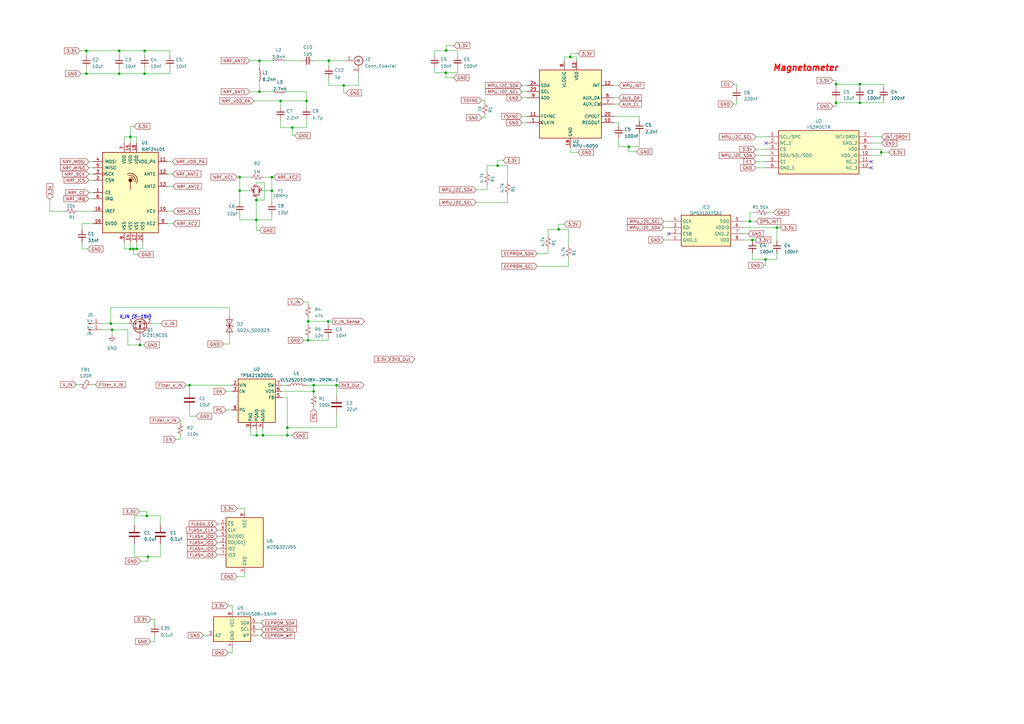
<source format=kicad_sch>
(kicad_sch (version 20231120) (generator "eeschema") (generator_version "8.0")
  (paper "A3")
  (lib_symbols
    (symbol "Connector:Conn_01x01_Pin" (pin_names (offset 1.016) hide)
      (property "Reference" "J" (at 0 2.54 0))
      (property "Value" "Conn_01x01_Pin" (at 0 -2.54 0))
      (symbol "Conn_01x01_Pin_1_1"
        (pin passive line (at 5.08 0 180) (length 3.81) (name "Pin_1") (number "1"))
      )
    )
    (symbol "Connector:Conn_Coaxial" (pin_names (offset 1.016) hide)
      (property "Reference" "J" (at 0.254 3.048 0))
      (property "Value" "Conn_Coaxial" (at 2.921 0 90))
      (symbol "Conn_Coaxial_1_1"
        (pin passive line (at -5.08 0 0) (length 2.54) (name "In") (number "1"))
        (pin passive line (at 0 -5.08 90) (length 2.54) (name "Ext") (number "2"))
      )
    )
    (symbol "DPS310XTSA1:DPS310XTSA1"
      (property "Reference" "IC" (at 26.67 7.62 0))
      (property "Value" "DPS310XTSA1" (at 26.67 5.08 0))
      (symbol "DPS310XTSA1_1_1"
        (pin passive line (at 0 -7.62 0) (length 5.08) (name "GND_1") (number "1"))
        (pin passive line (at 0 -5.08 0) (length 5.08) (name "CSB") (number "2"))
        (pin passive line (at 0 -2.54 0) (length 5.08) (name "SDI") (number "3"))
        (pin passive line (at 0 0 0) (length 5.08) (name "SCK") (number "4"))
        (pin passive line (at 30.48 0 180) (length 5.08) (name "SDO") (number "5"))
        (pin passive line (at 30.48 -2.54 180) (length 5.08) (name "VDDIO") (number "6"))
        (pin passive line (at 30.48 -5.08 180) (length 5.08) (name "GND_2") (number "7"))
        (pin passive line (at 30.48 -7.62 180) (length 5.08) (name "VDD") (number "8"))
      )
    )
    (symbol "Device:C" (pin_numbers hide) (pin_names (offset 0.254))
      (property "Reference" "C" (at 0.635 2.54 0))
      (property "Value" "C" (at 0.635 -2.54 0))
      (symbol "C_1_1"
        (pin passive line (at 0 3.81 270) (length 2.794) (name "~") (number "1"))
        (pin passive line (at 0 -3.81 90) (length 2.794) (name "~") (number "2"))
      )
    )
    (symbol "Device:C_Small" (pin_numbers hide) (pin_names (offset 0.254) hide)
      (property "Reference" "C" (at 0.254 1.778 0))
      (property "Value" "C_Small" (at 0.254 -2.032 0))
      (symbol "C_Small_1_1"
        (pin passive line (at 0 2.54 270) (length 2.032) (name "~") (number "1"))
        (pin passive line (at 0 -2.54 90) (length 2.032) (name "~") (number "2"))
      )
    )
    (symbol "Device:Crystal_GND24_Small" (pin_names (offset 1.016) hide)
      (property "Reference" "Y" (at 1.27 4.445 0))
      (property "Value" "Crystal_GND24_Small" (at 1.27 2.54 0))
      (symbol "Crystal_GND24_Small_1_1"
        (pin passive line (at -2.54 0 0) (length 1.27) (name "1") (number "1"))
        (pin passive line (at 0 -2.54 90) (length 0.635) (name "2") (number "2"))
        (pin passive line (at 2.54 0 180) (length 1.27) (name "3") (number "3"))
        (pin passive line (at 0 2.54 270) (length 0.635) (name "4") (number "4"))
      )
    )
    (symbol "Device:FerriteBead_Small" (pin_numbers hide) (pin_names (offset 0))
      (property "Reference" "FB" (at 1.905 1.27 0))
      (property "Value" "FerriteBead_Small" (at 1.905 -1.27 0))
      (symbol "FerriteBead_Small_1_1"
        (pin passive line (at 0 2.54 270) (length 1.27) (name "~") (number "1"))
        (pin passive line (at 0 -2.54 90) (length 1.27) (name "~") (number "2"))
      )
    )
    (symbol "Device:L" (pin_numbers hide) (pin_names (offset 1.016) hide)
      (property "Reference" "L" (at -1.27 0 90))
      (property "Value" "L" (at 1.905 0 90))
      (symbol "L_1_1"
        (pin passive line (at 0 3.81 270) (length 1.27) (name "1") (number "1"))
        (pin passive line (at 0 -3.81 90) (length 1.27) (name "2") (number "2"))
      )
    )
    (symbol "Device:L_Small" (pin_numbers hide) (pin_names (offset 0.254) hide)
      (property "Reference" "L" (at 0.762 1.016 0))
      (property "Value" "L_Small" (at 0.762 -1.016 0))
      (symbol "L_Small_1_1"
        (pin passive line (at 0 2.54 270) (length 0.508) (name "~") (number "1"))
        (pin passive line (at 0 -2.54 90) (length 0.508) (name "~") (number "2"))
      )
    )
    (symbol "Device:R_Small_US" (pin_numbers hide) (pin_names (offset 0.254) hide)
      (property "Reference" "R" (at 0.762 0.508 0))
      (property "Value" "R_Small_US" (at 0.762 -1.016 0))
      (symbol "R_Small_US_1_1"
        (pin passive line (at 0 2.54 270) (length 1.016) (name "~") (number "1"))
        (pin passive line (at 0 -2.54 90) (length 1.016) (name "~") (number "2"))
      )
    )
    (symbol "Diode:SD24_SOD323" (pin_numbers hide) (pin_names (offset 1.016) hide)
      (property "Reference" "D" (at 0 2.54 0))
      (property "Value" "SD24_SOD323" (at 0 -2.54 0))
      (symbol "SD24_SOD323_1_1"
        (pin passive line (at -3.81 0 0) (length 2.54) (name "A1") (number "1"))
        (pin passive line (at 3.81 0 180) (length 2.54) (name "A2") (number "2"))
      )
    )
    (symbol "IIS2MDCTR:IIS2MDCTR"
      (property "Reference" "IC" (at 39.37 7.62 0))
      (property "Value" "IIS2MDCTR" (at 39.37 5.08 0))
      (symbol "IIS2MDCTR_1_1"
        (pin passive line (at 0 0 0) (length 5.08) (name "SCL/SPC") (number "1"))
        (pin passive line (at 43.18 -7.62 180) (length 5.08) (name "VDD_IO") (number "10"))
        (pin passive line (at 43.18 -10.16 180) (length 5.08) (name "NC_2") (number "11"))
        (pin passive line (at 43.18 -12.7 180) (length 5.08) (name "NC_3") (number "12"))
        (pin passive line (at 0 -2.54 0) (length 5.08) (name "NC_1") (number "2"))
        (pin passive line (at 0 -5.08 0) (length 5.08) (name "CS") (number "3"))
        (pin passive line (at 0 -7.62 0) (length 5.08) (name "SDA/SDI/SDO") (number "4"))
        (pin passive line (at 0 -10.16 0) (length 5.08) (name "C1") (number "5"))
        (pin passive line (at 0 -12.7 0) (length 5.08) (name "GND_1") (number "6"))
        (pin passive line (at 43.18 0 180) (length 5.08) (name "INT/DRDY") (number "7"))
        (pin passive line (at 43.18 -2.54 180) (length 5.08) (name "GND_2") (number "8"))
        (pin passive line (at 43.18 -5.08 180) (length 5.08) (name "VDD") (number "9"))
      )
    )
    (symbol "Memory_EEPROM:AT24CS08-SSHM"
      (property "Reference" "U" (at -7.62 6.35 0))
      (property "Value" "AT24CS08-SSHM" (at 2.54 -6.35 0))
      (symbol "AT24CS08-SSHM_1_1"
        (pin no_connect line (at -7.62 2.54 0) (length 2.54) hide (name "NC") (number "1"))
        (pin no_connect line (at -7.62 0 0) (length 2.54) hide (name "NC") (number "2"))
        (pin input line (at -10.16 -2.54 0) (length 2.54) (name "A2") (number "3"))
        (pin power_in line (at 0 -7.62 90) (length 2.54) (name "GND") (number "4"))
        (pin bidirectional line (at 10.16 2.54 180) (length 2.54) (name "SDA") (number "5"))
        (pin input line (at 10.16 0 180) (length 2.54) (name "SCL") (number "6"))
        (pin input line (at 10.16 -2.54 180) (length 2.54) (name "WP") (number "7"))
        (pin power_in line (at 0 7.62 270) (length 2.54) (name "VCC") (number "8"))
      )
    )
    (symbol "Memory_Flash:W25Q32JVSS"
      (property "Reference" "U" (at -6.35 11.43 0))
      (property "Value" "W25Q32JVSS" (at 7.62 11.43 0))
      (symbol "W25Q32JVSS_1_1"
        (pin input line (at -10.16 7.62 0) (length 2.54) (name "~{CS}") (number "1"))
        (pin bidirectional line (at -10.16 0 0) (length 2.54) (name "DO(IO1)") (number "2"))
        (pin bidirectional line (at -10.16 -2.54 0) (length 2.54) (name "IO2") (number "3"))
        (pin power_in line (at 0 -12.7 90) (length 2.54) (name "GND") (number "4"))
        (pin bidirectional line (at -10.16 2.54 0) (length 2.54) (name "DI(IO0)") (number "5"))
        (pin input line (at -10.16 5.08 0) (length 2.54) (name "CLK") (number "6"))
        (pin bidirectional line (at -10.16 -5.08 0) (length 2.54) (name "IO3") (number "7"))
        (pin power_in line (at 0 12.7 270) (length 2.54) (name "VCC") (number "8"))
      )
    )
    (symbol "RF:NRF24L01" (pin_names (offset 1.016))
      (property "Reference" "U" (at -11.43 17.78 0))
      (property "Value" "NRF24L01" (at 5.08 17.78 0))
      (symbol "NRF24L01_1_1"
        (pin input line (at -15.24 0 0) (length 3.81) (name "CE") (number "1"))
        (pin passive line (at 15.24 -7.62 180) (length 3.81) (name "XC1") (number "10"))
        (pin power_out line (at 15.24 12.7 180) (length 3.81) (name "VDD_PA") (number "11"))
        (pin passive line (at 15.24 7.62 180) (length 3.81) (name "ANT1") (number "12"))
        (pin passive line (at 15.24 2.54 180) (length 3.81) (name "ANT2") (number "13"))
        (pin power_in line (at 0 -20.32 90) (length 3.81) (name "VSS") (number "14"))
        (pin power_in line (at 0 20.32 270) (length 3.81) (name "VDD") (number "15"))
        (pin passive line (at -15.24 -7.62 0) (length 3.81) (name "IREF") (number "16"))
        (pin power_in line (at 2.54 -20.32 90) (length 3.81) (name "VSS") (number "17"))
        (pin power_in line (at 2.54 20.32 270) (length 3.81) (name "VDD") (number "18"))
        (pin power_out line (at -15.24 -12.7 0) (length 3.81) (name "DVDD") (number "19"))
        (pin input line (at -15.24 5.08 0) (length 3.81) (name "CSN") (number "2"))
        (pin power_in line (at 5.08 -20.32 90) (length 3.81) (name "VSS") (number "20"))
        (pin input clock (at -15.24 7.62 0) (length 3.81) (name "SCK") (number "3"))
        (pin input line (at -15.24 12.7 0) (length 3.81) (name "MOSI") (number "4"))
        (pin output line (at -15.24 10.16 0) (length 3.81) (name "MISO") (number "5"))
        (pin output line (at -15.24 -2.54 0) (length 3.81) (name "IRQ") (number "6"))
        (pin power_in line (at -2.54 20.32 270) (length 3.81) (name "VDD") (number "7"))
        (pin power_in line (at -2.54 -20.32 90) (length 3.81) (name "VSS") (number "8"))
        (pin passive line (at 15.24 -12.7 180) (length 3.81) (name "XC2") (number "9"))
      )
    )
    (symbol "Regulator_Switching:TPS62162DSG" (pin_names (offset 0.254))
      (property "Reference" "U" (at -7.62 11.43 0))
      (property "Value" "TPS62162DSG" (at -1.27 11.43 0))
      (symbol "TPS62162DSG_1_1"
        (pin power_in line (at 0 -10.16 90) (length 2.54) (name "PGND") (number "1"))
        (pin power_in line (at -10.16 7.62 0) (length 2.54) (name "VIN") (number "2"))
        (pin input line (at -10.16 5.08 0) (length 2.54) (name "EN") (number "3"))
        (pin power_in line (at 2.54 -10.16 90) (length 2.54) (name "AGND") (number "4"))
        (pin input line (at 10.16 2.54 180) (length 2.54) (name "FB") (number "5"))
        (pin input line (at 10.16 5.08 180) (length 2.54) (name "VOS") (number "6"))
        (pin output line (at 10.16 7.62 180) (length 2.54) (name "SW") (number "7"))
        (pin open_collector line (at -10.16 -2.54 0) (length 2.54) (name "PG") (number "8"))
        (pin power_in line (at -2.54 -10.16 90) (length 2.54) (name "PAD") (number "9"))
      )
    )
    (symbol "Sensor_Motion:MPU-6050"
      (property "Reference" "U" (at -11.43 13.97 0))
      (property "Value" "MPU-6050" (at 7.62 -15.24 0))
      (symbol "MPU-6050_0_0"
        (text "" (at 12.7 -2.54 0) (effects (font (size 1.27 1.27))))
      )
      (symbol "MPU-6050_1_1"
        (pin input clock (at -17.78 -7.62 0) (length 5.08) (name "CLKIN") (number "1"))
        (pin passive line (at 17.78 -7.62 180) (length 5.08) (name "REGOUT") (number "10"))
        (pin input line (at -17.78 -5.08 0) (length 5.08) (name "FSYNC") (number "11"))
        (pin output line (at 17.78 7.62 180) (length 5.08) (name "INT") (number "12"))
        (pin power_in line (at 2.54 17.78 270) (length 3.81) (name "VDD") (number "13"))
        (pin no_connect line (at -12.7 -10.16 0) (length 2.54) hide (name "NC") (number "14"))
        (pin no_connect line (at 12.7 12.7 180) (length 2.54) hide (name "NC") (number "15"))
        (pin no_connect line (at 12.7 10.16 180) (length 2.54) hide (name "NC") (number "16"))
        (pin no_connect line (at 12.7 5.08 180) (length 2.54) hide (name "NC") (number "17"))
        (pin power_in line (at 0 -17.78 90) (length 3.81) (name "GND") (number "18"))
        (pin no_connect line (at 12.7 -10.16 180) (length 2.54) hide (name "RESV") (number "19"))
        (pin no_connect line (at -12.7 12.7 0) (length 2.54) hide (name "NC") (number "2"))
        (pin passive line (at 17.78 -5.08 180) (length 5.08) (name "CPOUT") (number "20"))
        (pin no_connect line (at 12.7 -2.54 180) (length 2.54) hide (name "RESV") (number "21"))
        (pin no_connect line (at 12.7 -12.7 180) (length 2.54) hide (name "RESV") (number "22"))
        (pin input line (at -17.78 5.08 0) (length 5.08) (name "SCL") (number "23"))
        (pin bidirectional line (at -17.78 7.62 0) (length 5.08) (name "SDA") (number "24"))
        (pin no_connect line (at -12.7 10.16 0) (length 2.54) hide (name "NC") (number "3"))
        (pin no_connect line (at -12.7 0 0) (length 2.54) hide (name "NC") (number "4"))
        (pin no_connect line (at -12.7 -2.54 0) (length 2.54) hide (name "NC") (number "5"))
        (pin bidirectional line (at 17.78 2.54 180) (length 5.08) (name "AUX_DA") (number "6"))
        (pin output clock (at 17.78 0 180) (length 5.08) (name "AUX_CL") (number "7"))
        (pin power_in line (at -2.54 17.78 270) (length 3.81) (name "VLOGIC") (number "8"))
        (pin input line (at -17.78 2.54 0) (length 5.08) (name "AD0") (number "9"))
      )
    )
    (symbol "Transistor_FET:Si2319CDS" (pin_names hide)
      (property "Reference" "Q" (at 5.08 1.905 0))
      (property "Value" "Si2319CDS" (at 5.08 0 0))
      (symbol "Si2319CDS_1_1"
        (pin input line (at -5.08 0 0) (length 2.54) (name "G") (number "1"))
        (pin passive line (at 2.54 -5.08 90) (length 2.54) (name "S") (number "2"))
        (pin passive line (at 2.54 5.08 270) (length 2.54) (name "D") (number "3"))
      )
    )
    (symbol "power:GND" (power) (pin_names (offset 0))
      (property "Value" "GND" (at 0 -3.81 0))
      (symbol "GND_1_1"
        (pin power_in line (at 0 0 270) (length 0) hide (name "GND") (number "1"))
      )
    )
  )
  (junction (at 48.895 20.828))
  (junction (at 119.888 52.324))
  (junction (at 126.365 139.573))
  (junction (at 307.594 90.805))
  (junction (at 35.433 30.226))
  (junction (at 56.007 102.108))
  (junction (at 106.426 24.892))
  (junction (at 59.309 30.226))
  (junction (at 60.198 211.582))
  (junction (at 204.089 67.945))
  (junction (at 105.283 178.562))
  (junction (at 138.049 157.988))
  (junction (at 57.404 141.478))
  (junction (at 117.856 178.562))
  (junction (at 59.309 20.828))
  (junction (at 106.426 37.592))
  (junction (at 229.108 94.107))
  (junction (at 182.88 29.845))
  (junction (at 128.651 160.528))
  (junction (at 77.724 157.988))
  (junction (at 105.156 82.042))
  (junction (at 45.466 132.715))
  (junction (at 134.62 131.826))
  (junction (at 128.651 157.988))
  (junction (at 45.974 135.255))
  (junction (at 308.61 98.425))
  (junction (at 342.9 42.164))
  (junction (at 107.823 178.562))
  (junction (at 53.467 102.108))
  (junction (at 111.506 72.644))
  (junction (at 140.97 35.052))
  (junction (at 352.679 42.164))
  (junction (at 233.934 23.368))
  (junction (at 134.874 24.892))
  (junction (at 257.937 60.198))
  (junction (at 105.156 90.17))
  (junction (at 352.679 34.544))
  (junction (at 53.467 56.134))
  (junction (at 54.737 102.108))
  (junction (at 115.062 41.402))
  (junction (at 48.895 30.226))
  (junction (at 361.442 62.484))
  (junction (at 111.506 78.232))
  (junction (at 98.298 78.232))
  (junction (at 35.433 20.828))
  (junction (at 183.007 20.701))
  (junction (at 318.643 93.345))
  (junction (at 313.944 106.426))
  (junction (at 117.856 175.387))
  (junction (at 98.298 72.644))
  (junction (at 126.365 131.826))
  (junction (at 342.9 34.544))
  (junction (at 125.73 41.402))
  (junction (at 60.706 228.346))
  (no_connect (at 357.378 66.294))
  (no_connect (at 357.378 68.834))
  (no_connect (at 314.198 58.674))
  (no_connect (at 274.32 95.885))
  (wire (pts (xy 107.696 78.232) (xy 111.506 78.232)))
  (wire (pts (xy 50.927 99.314) (xy 50.927 102.108)))
  (wire (pts (xy 100.33 208.534) (xy 100.33 209.804)))
  (wire (pts (xy 124.587 123.825) (xy 126.365 123.825)))
  (wire (pts (xy 342.9 34.544) (xy 352.679 34.544)))
  (wire (pts (xy 357.378 58.674) (xy 361.569 58.674)))
  (wire (pts (xy 361.442 63.754) (xy 361.442 62.484)))
  (wire (pts (xy 220.345 104.013) (xy 224.79 104.013)))
  (wire (pts (xy 128.778 24.892) (xy 134.874 24.892)))
  (wire (pts (xy 224.79 104.013) (xy 224.79 101.854)))
  (wire (pts (xy 233.934 23.368) (xy 233.934 21.971)))
  (wire (pts (xy 20.447 86.614) (xy 26.543 86.614)))
  (wire (pts (xy 89.154 222.504) (xy 90.17 222.504)))
  (wire (pts (xy 36.449 78.994) (xy 38.227 78.994)))
  (wire (pts (xy 251.714 35.052) (xy 253.746 35.052)))
  (wire (pts (xy 178.308 29.845) (xy 182.88 29.845)))
  (wire (pts (xy 106.426 33.274) (xy 106.426 37.592)))
  (wire (pts (xy 116.84 24.892) (xy 123.698 24.892)))
  (wire (pts (xy 204.089 67.945) (xy 204.089 65.786)))
  (wire (pts (xy 229.108 94.107) (xy 229.108 91.948)))
  (wire (pts (xy 80.518 170.688) (xy 77.724 170.688)))
  (wire (pts (xy 105.156 80.772) (xy 105.156 82.042)))
  (wire (pts (xy 199.771 70.612) (xy 199.771 67.945)))
  (wire (pts (xy 134.874 24.892) (xy 134.874 27.178)))
  (wire (pts (xy 111.506 72.644) (xy 112.268 72.644)))
  (wire (pts (xy 198.882 41.148) (xy 197.612 41.148)))
  (wire (pts (xy 33.655 102.108) (xy 35.941 102.108)))
  (wire (pts (xy 55.118 223.012) (xy 55.118 228.346)))
  (wire (pts (xy 105.283 175.768) (xy 105.283 178.562)))
  (wire (pts (xy 104.14 41.402) (xy 115.062 41.402)))
  (wire (pts (xy 35.433 22.86) (xy 35.433 20.828)))
  (wire (pts (xy 60.706 228.346) (xy 60.706 230.124)))
  (wire (pts (xy 56.007 99.314) (xy 56.007 102.108)))
  (wire (pts (xy 36.449 81.534) (xy 38.227 81.534)))
  (wire (pts (xy 36.449 73.914) (xy 38.227 73.914)))
  (wire (pts (xy 33.147 30.226) (xy 35.433 30.226)))
  (wire (pts (xy 233.172 94.107) (xy 233.172 100.838)))
  (wire (pts (xy 253.746 50.292) (xy 253.746 51.435)))
  (wire (pts (xy 204.089 67.945) (xy 208.153 67.945)))
  (wire (pts (xy 106.426 37.592) (xy 112.268 37.592)))
  (wire (pts (xy 342.9 33.02) (xy 342.9 34.544)))
  (wire (pts (xy 35.433 30.226) (xy 48.895 30.226)))
  (wire (pts (xy 85.09 260.604) (xy 83.439 260.604)))
  (wire (pts (xy 57.15 209.804) (xy 60.198 209.804)))
  (wire (pts (xy 352.679 40.894) (xy 352.679 42.164)))
  (wire (pts (xy 63.5 256.032) (xy 63.5 254)))
  (wire (pts (xy 115.062 49.022) (xy 115.062 52.324)))
  (wire (pts (xy 45.974 135.255) (xy 52.451 135.255)))
  (wire (pts (xy 117.856 163.068) (xy 117.856 175.387)))
  (wire (pts (xy 63.5 263.144) (xy 63.5 261.112)))
  (wire (pts (xy 20.447 81.788) (xy 20.447 86.614)))
  (wire (pts (xy 105.156 74.93) (xy 108.458 74.93)))
  (wire (pts (xy 107.061 260.604) (xy 105.41 260.604)))
  (wire (pts (xy 178.308 20.701) (xy 183.007 20.701)))
  (wire (pts (xy 198.882 42.164) (xy 198.882 41.148)))
  (wire (pts (xy 307.594 87.122) (xy 310.134 87.122)))
  (wire (pts (xy 59.309 27.94) (xy 59.309 30.226)))
  (wire (pts (xy 357.378 56.134) (xy 361.569 56.134)))
  (wire (pts (xy 134.62 131.826) (xy 136.525 131.826)))
  (wire (pts (xy 52.451 135.255) (xy 52.451 141.478)))
  (wire (pts (xy 220.345 109.22) (xy 233.172 109.22)))
  (wire (pts (xy 105.156 90.17) (xy 111.506 90.17)))
  (wire (pts (xy 36.449 66.294) (xy 38.227 66.294)))
  (wire (pts (xy 53.467 102.108) (xy 54.737 102.108)))
  (wire (pts (xy 361.442 62.484) (xy 361.442 61.214)))
  (wire (pts (xy 214.122 35.052) (xy 216.154 35.052)))
  (wire (pts (xy 302.133 34.544) (xy 302.133 36.068)))
  (wire (pts (xy 233.934 62.484) (xy 233.934 60.452)))
  (wire (pts (xy 37.719 157.734) (xy 39.116 157.734)))
  (wire (pts (xy 54.991 51.816) (xy 53.467 51.816)))
  (wire (pts (xy 95.25 267.716) (xy 95.25 265.684)))
  (wire (pts (xy 187.706 20.701) (xy 187.706 22.733)))
  (wire (pts (xy 89.154 214.884) (xy 90.17 214.884)))
  (wire (pts (xy 31.623 86.614) (xy 38.227 86.614)))
  (wire (pts (xy 300.863 34.544) (xy 302.133 34.544)))
  (wire (pts (xy 183.007 20.701) (xy 187.706 20.701)))
  (wire (pts (xy 102.362 37.592) (xy 106.426 37.592)))
  (wire (pts (xy 134.62 139.573) (xy 134.62 138.303)))
  (wire (pts (xy 55.118 211.582) (xy 60.198 211.582)))
  (wire (pts (xy 233.934 21.971) (xy 237.109 21.971)))
  (wire (pts (xy 108.458 74.93) (xy 108.458 82.042)))
  (wire (pts (xy 105.283 178.562) (xy 107.823 178.562)))
  (wire (pts (xy 102.743 178.562) (xy 105.283 178.562)))
  (wire (pts (xy 214.122 50.292) (xy 216.154 50.292)))
  (wire (pts (xy 233.934 23.368) (xy 236.474 23.368)))
  (wire (pts (xy 105.156 82.042) (xy 105.156 90.17)))
  (wire (pts (xy 31.242 157.734) (xy 32.639 157.734)))
  (wire (pts (xy 304.8 93.345) (xy 318.643 93.345)))
  (wire (pts (xy 361.442 62.484) (xy 364.49 62.484)))
  (wire (pts (xy 60.198 211.582) (xy 65.786 211.582)))
  (wire (pts (xy 140.97 38.1) (xy 141.986 38.1)))
  (wire (pts (xy 35.433 20.828) (xy 48.895 20.828)))
  (wire (pts (xy 128.651 166.751) (xy 128.651 167.894)))
  (wire (pts (xy 257.937 62.23) (xy 257.937 60.198)))
  (wire (pts (xy 313.944 106.426) (xy 313.944 108.839)))
  (wire (pts (xy 89.154 225.044) (xy 90.17 225.044)))
  (wire (pts (xy 107.061 255.524) (xy 105.41 255.524)))
  (wire (pts (xy 111.506 72.644) (xy 111.506 78.232)))
  (wire (pts (xy 98.298 72.644) (xy 98.298 78.232)))
  (wire (pts (xy 97.282 236.474) (xy 100.33 236.474)))
  (wire (pts (xy 56.007 102.108) (xy 58.547 102.108)))
  (wire (pts (xy 342.9 35.814) (xy 342.9 34.544)))
  (wire (pts (xy 308.61 103.886) (xy 308.61 106.426)))
  (wire (pts (xy 107.823 178.562) (xy 117.856 178.562)))
  (wire (pts (xy 45.466 126.111) (xy 45.466 132.715)))
  (wire (pts (xy 89.154 227.584) (xy 90.17 227.584)))
  (wire (pts (xy 55.118 228.346) (xy 60.706 228.346)))
  (wire (pts (xy 60.706 228.346) (xy 65.786 228.346)))
  (wire (pts (xy 126.365 131.826) (xy 126.365 133.223)))
  (wire (pts (xy 304.8 98.425) (xy 308.61 98.425)))
  (wire (pts (xy 48.895 20.828) (xy 59.309 20.828)))
  (wire (pts (xy 89.154 217.424) (xy 90.17 217.424)))
  (wire (pts (xy 124.587 139.573) (xy 126.365 139.573)))
  (wire (pts (xy 231.394 23.368) (xy 233.934 23.368)))
  (wire (pts (xy 362.458 42.164) (xy 362.458 40.894)))
  (wire (pts (xy 33.655 91.694) (xy 33.655 94.234)))
  (wire (pts (xy 342.9 42.164) (xy 342.9 43.561)))
  (wire (pts (xy 68.707 66.294) (xy 70.739 66.294)))
  (wire (pts (xy 98.298 78.232) (xy 102.616 78.232)))
  (wire (pts (xy 214.122 40.132) (xy 216.154 40.132)))
  (wire (pts (xy 65.786 228.346) (xy 65.786 223.012)))
  (wire (pts (xy 138.049 157.988) (xy 139.192 157.988)))
  (wire (pts (xy 102.87 72.644) (xy 98.298 72.644)))
  (wire (pts (xy 63.5 254) (xy 61.849 254)))
  (wire (pts (xy 224.79 94.107) (xy 229.108 94.107)))
  (wire (pts (xy 126.365 138.303) (xy 126.365 139.573)))
  (wire (pts (xy 183.007 18.669) (xy 186.182 18.669)))
  (wire (pts (xy 352.679 34.544) (xy 362.458 34.544)))
  (wire (pts (xy 97.282 208.534) (xy 100.33 208.534)))
  (wire (pts (xy 304.8 95.885) (xy 306.832 95.885)))
  (wire (pts (xy 53.467 56.134) (xy 53.467 58.674)))
  (wire (pts (xy 341.63 43.561) (xy 342.9 43.561)))
  (wire (pts (xy 229.108 91.948) (xy 231.394 91.948)))
  (wire (pts (xy 352.679 42.164) (xy 362.458 42.164)))
  (wire (pts (xy 119.888 52.324) (xy 119.888 55.626)))
  (wire (pts (xy 115.443 160.528) (xy 128.651 160.528)))
  (wire (pts (xy 106.426 28.194) (xy 106.426 24.892)))
  (wire (pts (xy 357.378 63.754) (xy 361.442 63.754)))
  (wire (pts (xy 140.97 35.052) (xy 140.97 38.1)))
  (wire (pts (xy 229.108 94.107) (xy 233.172 94.107)))
  (wire (pts (xy 253.746 56.515) (xy 253.746 60.198)))
  (wire (pts (xy 138.049 175.387) (xy 117.856 175.387)))
  (wire (pts (xy 134.62 131.826) (xy 134.62 133.223)))
  (wire (pts (xy 115.443 157.988) (xy 117.856 157.988)))
  (wire (pts (xy 50.927 102.108) (xy 53.467 102.108)))
  (wire (pts (xy 94.107 137.414) (xy 94.107 141.097)))
  (wire (pts (xy 134.874 32.258) (xy 134.874 35.052)))
  (wire (pts (xy 310.007 63.754) (xy 314.198 63.754)))
  (wire (pts (xy 117.856 178.562) (xy 119.888 178.562)))
  (wire (pts (xy 97.282 72.644) (xy 98.298 72.644)))
  (wire (pts (xy 62.484 132.715) (xy 66.04 132.715)))
  (wire (pts (xy 68.707 91.694) (xy 70.993 91.694)))
  (wire (pts (xy 251.714 47.752) (xy 262.255 47.752)))
  (wire (pts (xy 77.724 157.988) (xy 95.123 157.988)))
  (wire (pts (xy 105.156 94.488) (xy 106.426 94.488)))
  (wire (pts (xy 69.723 27.94) (xy 69.723 30.226)))
  (wire (pts (xy 198.882 48.26) (xy 198.882 47.244)))
  (wire (pts (xy 56.007 56.134) (xy 56.007 58.674)))
  (wire (pts (xy 208.153 67.945) (xy 208.153 74.676)))
  (wire (pts (xy 60.198 209.804) (xy 60.198 211.582)))
  (wire (pts (xy 111.506 90.17) (xy 111.506 87.884)))
  (wire (pts (xy 187.706 27.813) (xy 187.706 29.845)))
  (wire (pts (xy 76.327 157.988) (xy 77.724 157.988)))
  (wire (pts (xy 54.737 102.108) (xy 56.007 102.108)))
  (wire (pts (xy 107.061 258.064) (xy 105.41 258.064)))
  (wire (pts (xy 45.466 126.111) (xy 94.107 126.111)))
  (wire (pts (xy 98.298 90.17) (xy 105.156 90.17)))
  (wire (pts (xy 77.724 157.988) (xy 77.724 160.274)))
  (wire (pts (xy 208.153 83.058) (xy 208.153 79.756)))
  (wire (pts (xy 89.154 219.964) (xy 90.17 219.964)))
  (wire (pts (xy 52.451 141.478) (xy 57.404 141.478)))
  (wire (pts (xy 108.458 82.042) (xy 105.156 82.042)))
  (wire (pts (xy 310.007 56.134) (xy 314.198 56.134)))
  (wire (pts (xy 92.71 160.528) (xy 95.123 160.528)))
  (wire (pts (xy 107.95 72.644) (xy 111.506 72.644)))
  (wire (pts (xy 53.467 56.134) (xy 56.007 56.134)))
  (wire (pts (xy 68.707 76.454) (xy 70.993 76.454)))
  (wire (pts (xy 57.658 230.124) (xy 60.706 230.124)))
  (wire (pts (xy 102.743 175.768) (xy 102.743 178.562)))
  (wire (pts (xy 50.927 56.134) (xy 53.467 56.134)))
  (wire (pts (xy 59.309 30.226) (xy 69.723 30.226)))
  (wire (pts (xy 119.888 55.626) (xy 120.904 55.626)))
  (wire (pts (xy 65.786 211.582) (xy 65.786 215.392)))
  (wire (pts (xy 53.467 99.314) (xy 53.467 102.108)))
  (wire (pts (xy 35.433 27.94) (xy 35.433 30.226)))
  (wire (pts (xy 36.449 71.374) (xy 38.227 71.374)))
  (wire (pts (xy 102.362 24.892) (xy 106.426 24.892)))
  (wire (pts (xy 48.895 20.828) (xy 48.895 22.86)))
  (wire (pts (xy 125.73 41.402) (xy 125.73 43.942)))
  (wire (pts (xy 272.288 93.345) (xy 274.32 93.345)))
  (wire (pts (xy 100.33 235.204) (xy 100.33 236.474)))
  (wire (pts (xy 342.9 40.894) (xy 342.9 42.164)))
  (wire (pts (xy 95.25 267.716) (xy 93.599 267.716)))
  (wire (pts (xy 98.298 78.232) (xy 98.298 82.804)))
  (wire (pts (xy 183.007 20.701) (xy 183.007 18.669)))
  (wire (pts (xy 342.9 42.164) (xy 352.679 42.164)))
  (wire (pts (xy 318.643 93.345) (xy 319.913 93.345)))
  (wire (pts (xy 214.122 47.752) (xy 216.154 47.752)))
  (wire (pts (xy 38.227 91.694) (xy 33.655 91.694)))
  (wire (pts (xy 128.651 157.988) (xy 138.049 157.988)))
  (wire (pts (xy 105.156 90.17) (xy 105.156 94.488)))
  (wire (pts (xy 318.643 93.345) (xy 318.643 98.806)))
  (wire (pts (xy 45.466 132.715) (xy 52.324 132.715)))
  (wire (pts (xy 91.567 141.097) (xy 94.107 141.097)))
  (wire (pts (xy 111.506 78.232) (xy 111.506 82.804)))
  (wire (pts (xy 134.874 24.892) (xy 141.986 24.892)))
  (wire (pts (xy 69.723 20.828) (xy 69.723 22.86)))
  (wire (pts (xy 53.467 51.816) (xy 53.467 56.134)))
  (wire (pts (xy 315.214 87.122) (xy 317.246 87.122)))
  (wire (pts (xy 352.679 34.544) (xy 352.679 35.814)))
  (wire (pts (xy 182.88 31.877) (xy 182.88 29.845)))
  (wire (pts (xy 178.308 29.845) (xy 178.308 27.813)))
  (wire (pts (xy 233.172 109.22) (xy 233.172 105.918)))
  (wire (pts (xy 318.643 106.426) (xy 318.643 103.886)))
  (wire (pts (xy 134.874 35.052) (xy 140.97 35.052)))
  (wire (pts (xy 36.449 68.834) (xy 38.227 68.834)))
  (wire (pts (xy 73.914 172.339) (xy 73.914 173.609)))
  (wire (pts (xy 341.63 33.02) (xy 342.9 33.02)))
  (wire (pts (xy 307.594 90.805) (xy 307.594 87.122)))
  (wire (pts (xy 147.066 35.052) (xy 147.066 29.972)))
  (wire (pts (xy 106.426 24.892) (xy 111.76 24.892)))
  (wire (pts (xy 54.737 104.394) (xy 56.515 104.394)))
  (wire (pts (xy 126.365 130.175) (xy 126.365 131.826)))
  (wire (pts (xy 257.937 60.198) (xy 262.255 60.198)))
  (wire (pts (xy 214.122 37.592) (xy 216.154 37.592)))
  (wire (pts (xy 68.707 86.614) (xy 70.993 86.614)))
  (wire (pts (xy 45.974 135.255) (xy 45.974 137.414)))
  (wire (pts (xy 92.71 168.148) (xy 95.123 168.148)))
  (wire (pts (xy 195.326 83.058) (xy 208.153 83.058)))
  (wire (pts (xy 195.326 77.851) (xy 199.771 77.851)))
  (wire (pts (xy 304.8 90.805) (xy 307.594 90.805)))
  (wire (pts (xy 41.402 135.255) (xy 45.974 135.255)))
  (wire (pts (xy 233.934 62.484) (xy 237.109 62.484)))
  (wire (pts (xy 68.707 71.374) (xy 70.739 71.374)))
  (wire (pts (xy 262.255 60.198) (xy 262.255 54.737)))
  (wire (pts (xy 48.895 27.94) (xy 48.895 30.226)))
  (wire (pts (xy 308.61 98.425) (xy 309.626 98.425)))
  (wire (pts (xy 224.79 96.774) (xy 224.79 94.107)))
  (wire (pts (xy 313.309 108.839) (xy 313.944 108.839)))
  (wire (pts (xy 302.133 41.148) (xy 302.133 42.672)))
  (wire (pts (xy 117.348 37.592) (xy 125.73 37.592)))
  (wire (pts (xy 251.714 42.672) (xy 253.746 42.672)))
  (wire (pts (xy 77.724 170.688) (xy 77.724 167.894)))
  (wire (pts (xy 310.007 66.294) (xy 314.198 66.294)))
  (wire (pts (xy 308.61 106.426) (xy 313.944 106.426)))
  (wire (pts (xy 95.25 250.444) (xy 95.25 248.412)))
  (wire (pts (xy 182.88 29.845) (xy 187.706 29.845)))
  (wire (pts (xy 119.888 52.324) (xy 125.73 52.324)))
  (wire (pts (xy 251.714 50.292) (xy 253.746 50.292)))
  (wire (pts (xy 98.298 87.884) (xy 98.298 90.17)))
  (wire (pts (xy 72.136 180.213) (xy 73.914 180.213)))
  (wire (pts (xy 313.944 106.426) (xy 318.643 106.426)))
  (wire (pts (xy 57.404 141.478) (xy 59.055 141.478)))
  (wire (pts (xy 117.856 175.387) (xy 117.856 178.562)))
  (wire (pts (xy 128.651 157.988) (xy 125.476 157.988)))
  (wire (pts (xy 48.895 30.226) (xy 59.309 30.226)))
  (wire (pts (xy 50.927 58.674) (xy 50.927 56.134)))
  (wire (pts (xy 57.404 140.335) (xy 57.404 141.478)))
  (wire (pts (xy 307.594 90.805) (xy 310.134 90.805)))
  (wire (pts (xy 272.288 98.425) (xy 274.32 98.425)))
  (wire (pts (xy 126.365 131.826) (xy 134.62 131.826)))
  (wire (pts (xy 236.474 23.368) (xy 236.474 24.892)))
  (wire (pts (xy 272.288 90.805) (xy 274.32 90.805)))
  (wire (pts (xy 308.61 98.425) (xy 308.61 98.806)))
  (wire (pts (xy 105.156 75.692) (xy 105.156 74.93)))
  (wire (pts (xy 115.062 52.324) (xy 119.888 52.324)))
  (wire (pts (xy 58.547 102.108) (xy 58.547 99.314)))
  (wire (pts (xy 59.309 20.828) (xy 59.309 22.86)))
  (wire (pts (xy 107.823 175.768) (xy 107.823 178.562)))
  (wire (pts (xy 126.365 139.573) (xy 134.62 139.573)))
  (wire (pts (xy 94.107 126.111) (xy 94.107 129.794)))
  (wire (pts (xy 257.937 62.23) (xy 261.112 62.23)))
  (wire (pts (xy 178.308 22.733) (xy 178.308 20.701)))
  (wire (pts (xy 59.309 20.828) (xy 69.723 20.828)))
  (wire (pts (xy 63.5 263.144) (xy 61.849 263.144)))
  (wire (pts (xy 253.746 60.198) (xy 257.937 60.198)))
  (wire (pts (xy 140.97 35.052) (xy 147.066 35.052)))
  (wire (pts (xy 125.73 52.324) (xy 125.73 49.022)))
  (wire (pts (xy 138.049 157.988) (xy 138.049 162.179)))
  (wire (pts (xy 199.771 77.851) (xy 199.771 75.692)))
  (wire (pts (xy 32.893 20.828) (xy 35.433 20.828)))
  (wire (pts (xy 128.651 160.528) (xy 128.651 161.671)))
  (wire (pts (xy 41.402 132.715) (xy 45.466 132.715)))
  (wire (pts (xy 95.25 248.412) (xy 93.599 248.412)))
  (wire (pts (xy 73.914 178.689) (xy 73.914 180.213)))
  (wire (pts (xy 362.458 34.544) (xy 362.458 35.814)))
  (wire (pts (xy 54.737 102.108) (xy 54.737 104.394)))
  (wire (pts (xy 310.007 68.834) (xy 314.198 68.834)))
  (wire (pts (xy 361.442 61.214) (xy 357.378 61.214)))
  (wire (pts (xy 204.089 65.786) (xy 206.375 65.786)))
  (wire (pts (xy 128.651 160.528) (xy 128.651 157.988)))
  (wire (pts (xy 125.73 37.592) (xy 125.73 41.402)))
  (wire (pts (xy 199.771 67.945) (xy 204.089 67.945)))
  (wire (pts (xy 138.049 169.799) (xy 138.049 175.387)))
  (wire (pts (xy 251.714 40.132) (xy 253.746 40.132)))
  (wire (pts (xy 115.443 163.068) (xy 117.856 163.068)))
  (wire (pts (xy 115.062 43.942) (xy 115.062 41.402)))
  (wire (pts (xy 55.118 215.392) (xy 55.118 211.582)))
  (wire (pts (xy 300.863 42.672) (xy 302.133 42.672)))
  (wire (pts (xy 126.365 123.825) (xy 126.365 125.095)))
  (wire (pts (xy 198.882 48.26) (xy 197.612 48.26)))
  (wire (pts (xy 310.007 61.214) (xy 314.198 61.214)))
  (wire (pts (xy 115.062 41.402) (xy 125.73 41.402)))
  (wire (pts (xy 231.394 24.892) (xy 231.394 23.368)))
  (wire (pts (xy 182.88 31.877) (xy 186.055 31.877)))
  (wire (pts (xy 33.655 99.314) (xy 33.655 102.108)))
  (wire (pts (xy 262.255 47.752) (xy 262.255 49.657)))
  (text "Magnetometer" (at 316.865 29.464 0) (effects (font (size 2.54 2.54) (thickness 0.508) (bold yes) (italic yes)) (justify left bottom)))
  (text "V_IN (3-15V)" (at 48.895 130.81 0) (effects (font (size 1.27 1.27) (thickness 0.254) (bold yes) (italic yes)) (justify left bottom)))
  (global_label "NRF_ANT1" (shape input) (at 70.739 71.374 0) (property "Intersheetrefs" "${INTERSHEET_REFS}" (effects (hide yes))))
  (global_label "3.3V" (shape input) (at 54.991 51.816 0) (property "Intersheetrefs" "${INTERSHEET_REFS}" (effects (hide yes))))
  (global_label "GND" (shape input) (at 214.122 40.132 180) (property "Intersheetrefs" "${INTERSHEET_REFS}" (effects (hide yes))))
  (global_label "NRF_ANT1" (shape input) (at 102.362 37.592 180) (property "Intersheetrefs" "${INTERSHEET_REFS}" (effects (hide yes))))
  (global_label "NRF_VDD_PA" (shape input) (at 70.739 66.294 0) (property "Intersheetrefs" "${INTERSHEET_REFS}" (effects (hide yes))))
  (global_label "3.3V" (shape input) (at 309.626 98.425 0) (property "Intersheetrefs" "${INTERSHEET_REFS}" (effects (hide yes))))
  (global_label "C1" (shape input) (at 300.863 34.544 180) (property "Intersheetrefs" "${INTERSHEET_REFS}" (effects (hide yes))))
  (global_label "NRF_ANT2" (shape input) (at 102.362 24.892 180) (property "Intersheetrefs" "${INTERSHEET_REFS}" (effects (hide yes))))
  (global_label "MPU_I2C_SDA" (shape input) (at 310.007 63.754 180) (property "Intersheetrefs" "${INTERSHEET_REFS}" (effects (hide yes))))
  (global_label "NRF_ANT2" (shape input) (at 70.993 76.454 0) (property "Intersheetrefs" "${INTERSHEET_REFS}" (effects (hide yes))))
  (global_label "Filter_V_IN" (shape input) (at 73.914 172.339 180) (property "Intersheetrefs" "${INTERSHEET_REFS}" (effects (hide yes))))
  (global_label "GND" (shape input) (at 33.147 30.226 180) (property "Intersheetrefs" "${INTERSHEET_REFS}" (effects (hide yes))))
  (global_label "FLASH_IO3" (shape input) (at 89.154 227.584 180) (property "Intersheetrefs" "${INTERSHEET_REFS}" (effects (hide yes))))
  (global_label "NRF_CE" (shape input) (at 36.449 78.994 180) (property "Intersheetrefs" "${INTERSHEET_REFS}" (effects (hide yes))))
  (global_label "FLASH_IO0" (shape input) (at 89.154 219.964 180) (property "Intersheetrefs" "${INTERSHEET_REFS}" (effects (hide yes))))
  (global_label "GND" (shape input) (at 310.007 68.834 180) (property "Intersheetrefs" "${INTERSHEET_REFS}" (effects (hide yes))))
  (global_label "EEPROM_WP" (shape input) (at 107.061 260.604 0) (property "Intersheetrefs" "${INTERSHEET_REFS}" (effects (hide yes))))
  (global_label "Filter_V_IN" (shape input) (at 39.116 157.734 0) (property "Intersheetrefs" "${INTERSHEET_REFS}" (effects (hide yes))))
  (global_label "GND" (shape input) (at 106.426 94.488 0) (property "Intersheetrefs" "${INTERSHEET_REFS}" (effects (hide yes))))
  (global_label "GND" (shape input) (at 56.515 104.394 0) (property "Intersheetrefs" "${INTERSHEET_REFS}" (effects (hide yes))))
  (global_label "GND" (shape input) (at 35.941 102.108 0) (property "Intersheetrefs" "${INTERSHEET_REFS}" (effects (hide yes))))
  (global_label "GND" (shape input) (at 197.612 48.26 180) (property "Intersheetrefs" "${INTERSHEET_REFS}" (effects (hide yes))))
  (global_label "3V3_Out" (shape output) (at 160.02 147.32 0) (property "Intersheetrefs" "${INTERSHEET_REFS}" (effects (hide yes))))
  (global_label "GND" (shape input) (at 57.658 230.124 180) (property "Intersheetrefs" "${INTERSHEET_REFS}" (effects (hide yes))))
  (global_label "3.3V" (shape input) (at 57.15 209.804 180) (property "Intersheetrefs" "${INTERSHEET_REFS}" (effects (hide yes))))
  (global_label "GND" (shape input) (at 120.904 55.626 0) (property "Intersheetrefs" "${INTERSHEET_REFS}" (effects (hide yes))))
  (global_label "GND" (shape input) (at 80.518 170.688 0) (property "Intersheetrefs" "${INTERSHEET_REFS}" (effects (hide yes))))
  (global_label "3.3V" (shape input) (at 61.849 254 180) (property "Intersheetrefs" "${INTERSHEET_REFS}" (effects (hide yes))))
  (global_label "GND" (shape input) (at 91.567 141.097 180) (property "Intersheetrefs" "${INTERSHEET_REFS}" (effects (hide yes))))
  (global_label "GND" (shape input) (at 214.122 50.292 180) (property "Intersheetrefs" "${INTERSHEET_REFS}" (effects (hide yes))))
  (global_label "FLASH_IO1" (shape input) (at 89.154 222.504 180) (property "Intersheetrefs" "${INTERSHEET_REFS}" (effects (hide yes))))
  (global_label "NRF_MOSI" (shape input) (at 36.449 66.294 180) (property "Intersheetrefs" "${INTERSHEET_REFS}" (effects (hide yes))))
  (global_label "3.3V" (shape input) (at 20.447 81.788 90) (property "Intersheetrefs" "${INTERSHEET_REFS}" (effects (hide yes))))
  (global_label "GND" (shape input) (at 361.569 58.674 0) (property "Intersheetrefs" "${INTERSHEET_REFS}" (effects (hide yes))))
  (global_label "DPS_INT" (shape input) (at 310.134 90.805 0) (property "Intersheetrefs" "${INTERSHEET_REFS}" (effects (hide yes))))
  (global_label "EEPROM_SDA" (shape input) (at 220.345 104.013 180) (property "Intersheetrefs" "${INTERSHEET_REFS}" (effects (hide yes))))
  (global_label "NRF_MISO" (shape input) (at 36.449 68.834 180) (property "Intersheetrefs" "${INTERSHEET_REFS}" (effects (hide yes))))
  (global_label "GND" (shape input) (at 124.587 139.573 180) (property "Intersheetrefs" "${INTERSHEET_REFS}" (effects (hide yes))))
  (global_label "V_IN" (shape input) (at 31.242 157.734 180) (property "Intersheetrefs" "${INTERSHEET_REFS}" (effects (hide yes))))
  (global_label "V_IN" (shape input) (at 66.04 132.715 0) (property "Intersheetrefs" "${INTERSHEET_REFS}" (effects (hide yes))))
  (global_label "FSYNC" (shape input) (at 214.122 47.752 180) (property "Intersheetrefs" "${INTERSHEET_REFS}" (effects (hide yes))))
  (global_label "V_IN" (shape input) (at 124.587 123.825 180) (property "Intersheetrefs" "${INTERSHEET_REFS}" (effects (hide yes))))
  (global_label "GND" (shape input) (at 272.288 98.425 180) (property "Intersheetrefs" "${INTERSHEET_REFS}" (effects (hide yes))))
  (global_label "NRF_VDD_PA" (shape input) (at 104.14 41.402 180) (property "Intersheetrefs" "${INTERSHEET_REFS}" (effects (hide yes))))
  (global_label "3.3V" (shape input) (at 93.599 248.412 180) (property "Intersheetrefs" "${INTERSHEET_REFS}" (effects (hide yes))))
  (global_label "MPU_I2C_SCL" (shape input) (at 272.288 90.805 180) (property "Intersheetrefs" "${INTERSHEET_REFS}" (effects (hide yes))))
  (global_label "MPU_I2C_SCL" (shape input) (at 214.122 37.592 180) (property "Intersheetrefs" "${INTERSHEET_REFS}" (effects (hide yes))))
  (global_label "NRF_XC2" (shape input) (at 70.993 91.694 0) (property "Intersheetrefs" "${INTERSHEET_REFS}" (effects (hide yes))))
  (global_label "3.3V" (shape input) (at 97.282 208.534 180) (property "Intersheetrefs" "${INTERSHEET_REFS}" (effects (hide yes))))
  (global_label "EN" (shape input) (at 92.71 160.528 180) (property "Intersheetrefs" "${INTERSHEET_REFS}" (effects (hide yes))))
  (global_label "C1" (shape input) (at 310.007 66.294 180) (property "Intersheetrefs" "${INTERSHEET_REFS}" (effects (hide yes))))
  (global_label "GND" (shape input) (at 119.888 178.562 0) (property "Intersheetrefs" "${INTERSHEET_REFS}" (effects (hide yes))))
  (global_label "AUX_CL" (shape input) (at 253.746 42.672 0) (property "Intersheetrefs" "${INTERSHEET_REFS}" (effects (hide yes))))
  (global_label "GND" (shape input) (at 59.055 141.478 0) (property "Intersheetrefs" "${INTERSHEET_REFS}" (effects (hide yes))))
  (global_label "3.3V" (shape input) (at 32.893 20.828 180) (property "Intersheetrefs" "${INTERSHEET_REFS}" (effects (hide yes))))
  (global_label "NRF_SCK" (shape input) (at 36.449 71.374 180) (property "Intersheetrefs" "${INTERSHEET_REFS}" (effects (hide yes))))
  (global_label "MPU_I2C_SDA" (shape input) (at 195.326 77.851 180) (property "Intersheetrefs" "${INTERSHEET_REFS}" (effects (hide yes))))
  (global_label "3.3V" (shape input) (at 206.375 65.786 0) (property "Intersheetrefs" "${INTERSHEET_REFS}" (effects (hide yes))))
  (global_label "GND" (shape input) (at 237.109 62.484 0) (property "Intersheetrefs" "${INTERSHEET_REFS}" (effects (hide yes))))
  (global_label "3.3V" (shape input) (at 231.394 91.948 0) (property "Intersheetrefs" "${INTERSHEET_REFS}" (effects (hide yes))))
  (global_label "3.3V" (shape input) (at 310.007 61.214 180) (property "Intersheetrefs" "${INTERSHEET_REFS}" (effects (hide yes))))
  (global_label "AUX_DA" (shape input) (at 253.746 40.132 0) (property "Intersheetrefs" "${INTERSHEET_REFS}" (effects (hide yes))))
  (global_label "3.3V" (shape input) (at 364.49 62.484 0) (property "Intersheetrefs" "${INTERSHEET_REFS}" (effects (hide yes))))
  (global_label "MPU_INT" (shape input) (at 253.746 35.052 0) (property "Intersheetrefs" "${INTERSHEET_REFS}" (effects (hide yes))))
  (global_label "FLASH_CLK" (shape input) (at 89.154 217.424 180) (property "Intersheetrefs" "${INTERSHEET_REFS}" (effects (hide yes))))
  (global_label "GND" (shape input) (at 300.863 42.672 180) (property "Intersheetrefs" "${INTERSHEET_REFS}" (effects (hide yes))))
  (global_label "NRF_XC2" (shape input) (at 112.268 72.644 0) (property "Intersheetrefs" "${INTERSHEET_REFS}" (effects (hide yes))))
  (global_label "GND" (shape input) (at 61.849 263.144 180) (property "Intersheetrefs" "${INTERSHEET_REFS}" (effects (hide yes))))
  (global_label "3.3V" (shape input) (at 341.63 33.02 180) (property "Intersheetrefs" "${INTERSHEET_REFS}" (effects (hide yes))))
  (global_label "FSYNC" (shape input) (at 197.612 41.148 180) (property "Intersheetrefs" "${INTERSHEET_REFS}" (effects (hide yes))))
  (global_label "PG" (shape input) (at 128.651 167.894 270) (property "Intersheetrefs" "${INTERSHEET_REFS}" (effects (hide yes))))
  (global_label "3.3V" (shape input) (at 160.02 147.32 180) (property "Intersheetrefs" "${INTERSHEET_REFS}" (effects (hide yes))))
  (global_label "NRF_XC1" (shape input) (at 97.282 72.644 180) (property "Intersheetrefs" "${INTERSHEET_REFS}" (effects (hide yes))))
  (global_label "NRF_!CS" (shape input) (at 36.449 73.914 180) (property "Intersheetrefs" "${INTERSHEET_REFS}" (effects (hide yes))))
  (global_label "NRF_XC1" (shape input) (at 70.993 86.614 0) (property "Intersheetrefs" "${INTERSHEET_REFS}" (effects (hide yes))))
  (global_label "MPU_I2C_SDA" (shape input) (at 272.288 93.345 180) (property "Intersheetrefs" "${INTERSHEET_REFS}" (effects (hide yes))))
  (global_label "EN" (shape input) (at 72.136 180.213 180) (property "Intersheetrefs" "${INTERSHEET_REFS}" (effects (hide yes))))
  (global_label "PG" (shape input) (at 92.71 168.148 180) (property "Intersheetrefs" "${INTERSHEET_REFS}" (effects (hide yes))))
  (global_label "GND" (shape input) (at 313.309 108.839 180) (property "Intersheetrefs" "${INTERSHEET_REFS}" (effects (hide yes))))
  (global_label "Filter_V_IN" (shape input) (at 76.327 157.988 180) (property "Intersheetrefs" "${INTERSHEET_REFS}" (effects (hide yes))))
  (global_label "GND" (shape input) (at 97.282 236.474 180) (property "Intersheetrefs" "${INTERSHEET_REFS}" (effects (hide yes))))
  (global_label "MPU_I2C_SCL" (shape input) (at 195.326 83.058 180) (property "Intersheetrefs" "${INTERSHEET_REFS}" (effects (hide yes))))
  (global_label "GND" (shape input) (at 83.439 260.604 180) (property "Intersheetrefs" "${INTERSHEET_REFS}" (effects (hide yes))))
  (global_label "GND" (shape input) (at 186.055 31.877 0) (property "Intersheetrefs" "${INTERSHEET_REFS}" (effects (hide yes))))
  (global_label "NRF_IRQ" (shape input) (at 36.449 81.534 180) (property "Intersheetrefs" "${INTERSHEET_REFS}" (effects (hide yes))))
  (global_label "3.3V" (shape input) (at 237.109 21.971 0) (property "Intersheetrefs" "${INTERSHEET_REFS}" (effects (hide yes))))
  (global_label "EEPROM_SCL" (shape input) (at 107.061 258.064 0) (property "Intersheetrefs" "${INTERSHEET_REFS}" (effects (hide yes))))
  (global_label "MPU_I2C_SCL" (shape input) (at 310.007 56.134 180) (property "Intersheetrefs" "${INTERSHEET_REFS}" (effects (hide yes))))
  (global_label "MPU_I2C_SDA" (shape input) (at 214.122 35.052 180) (property "Intersheetrefs" "${INTERSHEET_REFS}" (effects (hide yes))))
  (global_label "3.3V" (shape input) (at 186.182 18.669 0) (property "Intersheetrefs" "${INTERSHEET_REFS}" (effects (hide yes))))
  (global_label "GND" (shape input) (at 93.599 267.716 180) (property "Intersheetrefs" "${INTERSHEET_REFS}" (effects (hide yes))))
  (global_label "FLASH_CS" (shape input) (at 89.154 214.884 180) (property "Intersheetrefs" "${INTERSHEET_REFS}" (effects (hide yes))))
  (global_label "GND" (shape input) (at 141.986 38.1 0) (property "Intersheetrefs" "${INTERSHEET_REFS}" (effects (hide yes))))
  (global_label "EEPROM_SCL" (shape input) (at 220.345 109.22 180) (property "Intersheetrefs" "${INTERSHEET_REFS}" (effects (hide yes))))
  (global_label "V_IN_Sense" (shape output) (at 136.525 131.826 0) (property "Intersheetrefs" "${INTERSHEET_REFS}" (effects (hide yes))))
  (global_label "FLASH_IO2" (shape input) (at 89.154 225.044 180) (property "Intersheetrefs" "${INTERSHEET_REFS}" (effects (hide yes))))
  (global_label "INT{slash}DRDY" (shape input) (at 361.569 56.134 0) (property "Intersheetrefs" "${INTERSHEET_REFS}" (effects (hide yes))))
  (global_label "GND" (shape input) (at 261.112 62.23 0) (property "Intersheetrefs" "${INTERSHEET_REFS}" (effects (hide yes))))
  (global_label "EEPROM_SDA" (shape input) (at 107.061 255.524 0) (property "Intersheetrefs" "${INTERSHEET_REFS}" (effects (hide yes))))
  (global_label "3V3_Out" (shape output) (at 139.192 157.988 0) (property "Intersheetrefs" "${INTERSHEET_REFS}" (effects (hide yes))))
  (global_label "GND" (shape input) (at 306.832 95.885 0) (property "Intersheetrefs" "${INTERSHEET_REFS}" (effects (hide yes))))
  (global_label "GND" (shape input) (at 341.63 43.561 180) (property "Intersheetrefs" "${INTERSHEET_REFS}" (effects (hide yes))))
  (global_label "GND" (shape input) (at 317.246 87.122 0) (property "Intersheetrefs" "${INTERSHEET_REFS}" (effects (hide yes))))
  (global_label "3.3V" (shape input) (at 319.913 93.345 0) (property "Intersheetrefs" "${INTERSHEET_REFS}" (effects (hide yes))))
  (symbol (lib_id "Device:C") (at 65.786 219.202 0) (unit 1)
    (property "Reference" "C1" (at 69.723 218.567 0) (effects (justify left)))
    (property "Value" "0.1uf" (at 69.723 221.107 0) (effects (justify left)))
    (property "Footprint" "Capacitor_SMD:C_0402_1005Metric" (effects (hide yes)))
    (instances (project "STM32_Test_Board" (path "" (reference "C1") (unit 1))) (project "Drone_Controller_2.0" (path "" (reference "C28") (unit 1))) (project "Drone_Controller_3.0" (path "" (reference "C25") (unit 1))))
  )
  (symbol (lib_id "power:GND") (at 45.974 137.414 0) (unit 1)
    (property "Reference" "#PWR01" (effects (hide yes)))
    (property "Value" "GND" (at 45.974 142.748 0))
  )
  (symbol (lib_id "Device:L_Small") (at 106.426 30.734 0) (unit 1)
    (property "Reference" "L1" (at 107.569 29.8255 0) (effects (justify left)))
    (property "Value" "8.2nH" (at 107.569 32.6006 0) (effects (justify left)))
    (property "Footprint" "Inductor_SMD:L_0402_1005Metric" (effects (hide yes)))
  )
  (symbol (lib_id "Device:C_Small") (at 126.238 24.892 90) (unit 1)
    (property "Reference" "C10" (at 126.2443 19.3634 90))
    (property "Value" "1p5" (at 126.2443 22.1385 90))
    (property "Footprint" "Capacitor_SMD:C_0402_1005Metric" (effects (hide yes)))
    (instances (project "STM32+Rf" (path "" (reference "C10") (unit 1))) (project "Drone_Controller_2.0" (path "" (reference "C16") (unit 1))) (project "Drone_Controller_3.0" (path "" (reference "C10") (unit 1))))
  )
  (symbol (lib_id "Device:C_Small") (at 115.062 46.482 180) (unit 1)
    (property "Reference" "C7" (at 117.3861 45.5671 0) (effects (justify right)))
    (property "Value" "2.2nf" (at 117.3861 48.3422 0) (effects (justify right)))
    (property "Footprint" "Capacitor_SMD:C_0402_1005Metric" (effects (hide yes)))
    (instances (project "STM32+Rf" (path "" (reference "C7") (unit 1))) (project "Drone_Controller_2.0" (path "" (reference "C14") (unit 1))) (project "Drone_Controller_3.0" (path "" (reference "C8") (unit 1))))
  )
  (symbol (lib_id "Device:C_Small") (at 111.506 85.344 0) (unit 1)
    (property "Reference" "C8" (at 113.8301 84.4418 0) (effects (justify left)))
    (property "Value" "12pf" (at 113.8301 87.2169 0) (effects (justify left)))
    (property "Footprint" "Capacitor_SMD:C_0402_1005Metric" (effects (hide yes)))
    (instances (project "STM32+Rf" (path "" (reference "C8") (unit 1))) (project "Drone_Controller_2.0" (path "" (reference "C13") (unit 1))) (project "Drone_Controller_3.0" (path "" (reference "C7") (unit 1))))
  )
  (symbol (lib_id "Device:C_Small") (at 178.308 25.273 0) (unit 1)
    (property "Reference" "C5" (at 180.6321 24.3708 0) (effects (justify left)))
    (property "Value" "10nf" (at 180.6321 27.1459 0) (effects (justify left)))
    (property "Footprint" "Capacitor_SMD:C_0402_1005Metric" (effects (hide yes)))
    (instances (project "STM32+Rf" (path "" (reference "C5") (unit 1))) (project "Drone_Controller_2.0" (path "" (reference "C18") (unit 1))) (project "Drone_Controller_3.0" (path "" (reference "C12") (unit 1))))
  )
  (symbol (lib_id "Memory_Flash:W25Q32JVSS") (at 100.33 222.504 0) (unit 1)
    (property "Reference" "U6" (at 109.22 221.869 0) (effects (justify left)))
    (property "Value" "W25Q32JVSS" (at 109.22 224.409 0) (effects (justify left)))
    (property "Footprint" "Package_SO:SOIC-8_5.23x5.23mm_P1.27mm" (effects (hide yes)))
    (property "Datasheet" "http://www.winbond.com/resource-files/w25q32jv%20revg%2003272018%20plus.pdf" (effects (hide yes)))
  )
  (symbol (lib_id "Device:C") (at 138.049 165.989 0) (unit 1)
    (property "Reference" "C2" (at 141.986 165.354 0) (effects (justify left)))
    (property "Value" "22uf" (at 141.986 167.894 0) (effects (justify left)))
    (property "Footprint" "Capacitor_SMD:C_0805_2012Metric" (effects (hide yes)))
    (instances (project "STM32_Test_Board" (path "" (reference "C2") (unit 1))) (project "Drone_Controller_2.0" (path "" (reference "C30") (unit 1))) (project "Drone_Controller_3.0" (path "" (reference "C24") (unit 1))))
  )
  (symbol (lib_id "Connector:Conn_01x01_Pin") (at 36.322 132.715 0) (unit 1)
    (property "Reference" "J5" (at 36.957 129.159 0))
    (property "Value" "V+" (at 36.957 131.572 0))
    (property "Footprint" "TestPoint:TestPoint_Pad_2.0x2.0mm" (effects (hide yes)))
    (instances (project "Drone_Controller_2.0" (path "" (reference "J5") (unit 1))) (project "Drone_Controller_3.0" (path "" (reference "J2") (unit 1))))
  )
  (symbol (lib_id "Device:C_Small") (at 125.73 46.482 180) (unit 1)
    (property "Reference" "C9" (at 128.0541 45.5671 0) (effects (justify right)))
    (property "Value" "4.7p" (at 128.0541 48.3422 0) (effects (justify right)))
    (property "Footprint" "Capacitor_SMD:C_0402_1005Metric" (effects (hide yes)))
    (instances (project "STM32+Rf" (path "" (reference "C9") (unit 1))) (project "Drone_Controller_2.0" (path "" (reference "C15") (unit 1))) (project "Drone_Controller_3.0" (path "" (reference "C9") (unit 1))))
  )
  (symbol (lib_id "Device:C_Small") (at 134.874 29.718 180) (unit 1)
    (property "Reference" "C12" (at 137.1981 28.8031 0) (effects (justify right)))
    (property "Value" "1p" (at 137.1981 31.5782 0) (effects (justify right)))
    (property "Footprint" "Capacitor_SMD:C_0402_1005Metric" (effects (hide yes)))
    (instances (project "STM32+Rf" (path "" (reference "C12") (unit 1))) (project "Drone_Controller_2.0" (path "" (reference "C17") (unit 1))) (project "Drone_Controller_3.0" (path "" (reference "C11") (unit 1))))
  )
  (symbol (lib_id "Memory_EEPROM:AT24CS08-SSHM") (at 95.25 258.064 0) (unit 1)
    (property "Reference" "U5" (at 97.2059 249.301 0) (effects (justify left)))
    (property "Value" "AT24CS08-SSHM" (at 97.2059 251.841 0) (effects (justify left)))
    (property "Footprint" "Package_SO:SOIC-8_3.9x4.9mm_P1.27mm" (effects (hide yes)))
    (property "Datasheet" "http://ww1.microchip.com/downloads/en/DeviceDoc/Atmel-8766-SEEPROM-AT24CS04-08-Datasheet.pdf" (effects (hide yes)))
    (instances (project "Node_Preproduction_2.0" (path "" (reference "U5") (unit 1))) (project "Drone_Controller_3.0" (path "" (reference "U7") (unit 1))))
  )
  (symbol (lib_id "Regulator_Switching:TPS62162DSG") (at 105.283 165.608 0) (unit 1)
    (property "Reference" "U2" (at 105.283 151.511 0))
    (property "Value" "TPS62162DSG" (at 105.283 154.051 0))
    (property "Footprint" "Package_SON:WSON-8-1EP_2x2mm_P0.5mm_EP0.9x1.6mm_ThermalVias" (effects (hide yes)))
    (property "Datasheet" "http://www.ti.com/lit/ds/symlink/tps62160.pdf" (effects (hide yes)))
    (instances (project "STM32_Test_Board" (path "" (reference "U2") (unit 1)) (path "" (reference "U2") (unit 1))) (project "Drone_Controller_2.0" (path "" (reference "U7") (unit 1))) (project "Drone_Controller_3.0" (path "" (reference "U4") (unit 1))))
  )
  (symbol (lib_id "Device:C_Small") (at 63.5 258.572 0) (unit 1)
    (property "Reference" "C35" (at 65.8241 257.6698 0) (effects (justify left)))
    (property "Value" "0.1uf" (at 65.8241 260.4449 0) (effects (justify left)))
    (property "Footprint" "Capacitor_SMD:C_0402_1005Metric" (effects (hide yes)))
    (instances (project "Node_Preproduction_2.0" (path "" (reference "C35") (unit 1)) (path "" (reference "C29") (unit 1))) (project "Drone_Controller_3.0" (path "" (reference "C27") (unit 1))) (project "Node Board Design" (path "" (reference "C30") (unit 1))))
  )
  (symbol (lib_id "Device:R_Small_US") (at 199.771 73.152 0) (unit 1)
    (property "Reference" "R1" (at 202.057 73.406 90))
    (property "Value" "4.7k" (at 197.612 73.025 90))
    (property "Footprint" "Resistor_SMD:R_0402_1005Metric" (effects (hide yes)))
    (instances (project "STM32+Rf" (path "" (reference "R1") (unit 1))) (project "Drone_Controller_2.0" (path "" (reference "R11") (unit 1))) (project "Drone_Controller_3.0" (path "" (reference "R4") (unit 1))))
  )
  (symbol (lib_id "DPS310XTSA1:DPS310XTSA1") (at 274.32 90.805 0) (unit 1)
    (property "Reference" "IC2" (at 289.56 84.963 0))
    (property "Value" "DPS310XTSA1" (at 289.56 87.503 0))
    (property "Footprint" "Footprint:DPS310XTSA1" (effects (hide yes)))
    (property "Datasheet" "https://www.infineon.com/dgdl/Infineon-DPS310-DS-v01_00-EN.pdf?fileId=5546d462576f34750157750826c42242" (effects (hide yes)))
    (property "Height" "1.01" (effects (hide yes)))
    (property "Manufacturer_Name" "Infineon" (effects (hide yes)))
    (property "Manufacturer_Part_Number" "DPS310XTSA1" (effects (hide yes)))
    (property "Mouser Part Number" "726-DPS310XTSA1" (effects (hide yes)))
    (property "Mouser Price/Stock" "https://www.mouser.co.uk/ProductDetail/Infineon-Technologies/DPS310XTSA1?qs=uuTTuBTXn66Ynca8WHwycg%3D%3D" (effects (hide yes)))
    (property "Arrow Part Number" "DPS310XTSA1" (effects (hide yes)))
    (property "Arrow Price/Stock" "https://www.arrow.com/en/products/dps310xtsa1/infineon-technologies-ag?region=nac" (effects (hide yes)))
    (instances (project "Drone_Controller_2.0" (path "" (reference "IC2") (unit 1))) (project "Drone_Controller_3.0" (path "" (reference "IC1") (unit 1))))
  )
  (symbol (lib_id "Device:R_Small_US") (at 126.365 135.763 0) (unit 1)
    (property "Reference" "R5" (at 129.032 135.128 0) (effects (justify left)))
    (property "Value" "12k" (at 129.032 137.668 0) (effects (justify left)))
    (property "Footprint" "Resistor_SMD:R_0402_1005Metric" (effects (hide yes)))
    (instances (project "STM32_Test_Board" (path "" (reference "R5") (unit 1))) (project "Drone_Controller_2.0" (path "" (reference "R16") (unit 1))) (project "Drone_Controller_3.0" (path "" (reference "R10") (unit 1))))
  )
  (symbol (lib_id "Device:R_Small_US") (at 198.882 44.704 0) (unit 1)
    (property "Reference" "R1" (at 201.168 44.958 90))
    (property "Value" "1k" (at 196.723 44.577 90))
    (property "Footprint" "Resistor_SMD:R_0402_1005Metric" (effects (hide yes)))
    (instances (project "STM32+Rf" (path "" (reference "R1") (unit 1))) (project "Drone_Controller_2.0" (path "" (reference "R9") (unit 1))) (project "Drone_Controller_3.0" (path "" (reference "R3") (unit 1))))
  )
  (symbol (lib_id "Connector:Conn_Coaxial") (at 147.066 24.892 0) (unit 1)
    (property "Reference" "J2" (at 149.606 24.2767 0) (effects (justify left)))
    (property "Value" "Conn_Coaxial" (at 149.606 27.0518 0) (effects (justify left)))
    (property "Footprint" "Connector_Coaxial:SMA_Samtec_SMA-J-P-X-ST-EM1_EdgeMount" (effects (hide yes)))
    (property "Datasheet" " ~" (effects (hide yes)))
    (instances (project "STM32+Rf" (path "" (reference "J2") (unit 1))) (project "Drone_Controller_2.0" (path "" (reference "J3") (unit 1))) (project "Drone_Controller_3.0" (path "" (reference "J1") (unit 1))))
  )
  (symbol (lib_id "Device:C_Small") (at 33.655 96.774 0) (unit 1)
    (property "Reference" "C1" (at 35.9791 95.8718 0) (effects (justify left)))
    (property "Value" "33nf" (at 35.9791 98.6469 0) (effects (justify left)))
    (property "Footprint" "Capacitor_SMD:C_0402_1005Metric" (effects (hide yes)))
    (instances (project "STM32+Rf" (path "" (reference "C1") (unit 1))) (project "Drone_Controller_2.0" (path "" (reference "C7") (unit 1))) (project "Drone_Controller_3.0" (path "" (reference "C1") (unit 1))))
  )
  (symbol (lib_id "Device:Crystal_GND24_Small") (at 105.156 78.232 0) (unit 1)
    (property "Reference" "Y1" (at 115.062 78.232 0))
    (property "Value" "16MHz" (at 115.062 80.264 0))
    (property "Footprint" "Crystal:Crystal_SMD_3225-4Pin_3.2x2.5mm" (effects (hide yes)))
  )
  (symbol (lib_id "Device:R_Small_US") (at 73.914 176.149 0) (unit 1)
    (property "Reference" "R2" (at 76.581 175.514 0) (effects (justify left)))
    (property "Value" "110k" (at 76.581 178.054 0) (effects (justify left)))
    (property "Footprint" "Resistor_SMD:R_0402_1005Metric" (effects (hide yes)))
    (instances (project "STM32_Test_Board" (path "" (reference "R2") (unit 1))) (project "Drone_Controller_2.0" (path "" (reference "R13") (unit 1))) (project "Drone_Controller_3.0" (path "" (reference "R7") (unit 1))))
  )
  (symbol (lib_id "Device:C_Small") (at 362.458 38.354 0) (unit 1)
    (property "Reference" "C4" (at 365.379 37.7253 0) (effects (justify left)))
    (property "Value" "100nf" (at 365.379 40.2653 0) (effects (justify left)))
    (property "Footprint" "Capacitor_SMD:C_0402_1005Metric" (effects (hide yes)))
    (instances (project "Drone_Controller" (path "" (reference "C4") (unit 1))) (project "Drone_Controller_2.0" (path "" (reference "C26") (unit 1))) (project "Drone_Controller_3.0" (path "" (reference "C21") (unit 1))))
  )
  (symbol (lib_id "Diode:SD24_SOD323") (at 94.107 133.604 270) (unit 1)
    (property "Reference" "D2" (at 97.155 132.969 90) (effects (justify left)))
    (property "Value" "SD24_SOD323" (at 97.155 135.509 90) (effects (justify left)))
    (property "Footprint" "Diode_SMD:D_SOD-323" (effects (hide yes)))
    (property "Datasheet" "https://www.littelfuse.com/~/media/electronics/datasheets/tvs_diode_arrays/littelfuse_tvs_diode_array_sd_c_datasheet.pdf.pdf" (effects (hide yes)))
    (instances (project "STM32_Test_Board" (path "" (reference "D2") (unit 1))) (project "Drone_Controller_2.0" (path "" (reference "D1") (unit 1))) (project "Drone_Controller_3.0" (path "" (reference "D1") (unit 1))))
  )
  (symbol (lib_id "Device:C_Small") (at 69.723 25.4 0) (unit 1)
    (property "Reference" "C5" (at 72.0471 24.4978 0) (effects (justify left)))
    (property "Value" "10nf" (at 72.0471 27.2729 0) (effects (justify left)))
    (property "Footprint" "Capacitor_SMD:C_0402_1005Metric" (effects (hide yes)))
    (instances (project "STM32+Rf" (path "" (reference "C5") (unit 1))) (project "Drone_Controller_2.0" (path "" (reference "C11") (unit 1))) (project "Drone_Controller_3.0" (path "" (reference "C5") (unit 1))))
  )
  (symbol (lib_id "RF:NRF24L01") (at 53.467 78.994 0) (unit 1)
    (property "Reference" "U1" (at 58.0264 58.5175 0) (effects (justify left)))
    (property "Value" "NRF24L01" (at 58.0264 61.2926 0) (effects (justify left)))
    (property "Footprint" "Package_DFN_QFN:QFN-20-1EP_4x4mm_P0.5mm_EP2.5x2.5mm" (effects (hide yes)))
    (property "Datasheet" "http://www.nordicsemi.com/eng/content/download/2730/34105/file/nRF24L01_Product_Specification_v2_0.pdf" (effects (hide yes)))
  )
  (symbol (lib_id "Device:R_Small_US") (at 312.674 87.122 270) (unit 1)
    (property "Reference" "R1" (at 309.88 84.963 90))
    (property "Value" "51k" (at 313.436 84.963 90))
    (property "Footprint" "Resistor_SMD:R_0402_1005Metric" (effects (hide yes)))
    (instances (project "STM32+Rf" (path "" (reference "R1") (unit 1))) (project "Drone_Controller_2.0" (path "" (reference "R10") (unit 1))) (project "Drone_Controller_3.0" (path "" (reference "R6") (unit 1))))
  )
  (symbol (lib_id "Transistor_FET:Si2319CDS") (at 57.404 135.255 90) (unit 1)
    (property "Reference" "Q1" (at 61.595 135.255 90))
    (property "Value" "Si2319CDS" (at 63.5 137.541 90))
    (property "Footprint" "Package_TO_SOT_SMD:SOT-23" (effects (hide yes)))
    (property "Datasheet" "http://www.vishay.com/docs/66709/si2319cd.pdf" (effects (hide yes)))
  )
  (symbol (lib_id "IIS2MDCTR:IIS2MDCTR") (at 314.198 56.134 0) (unit 1)
    (property "Reference" "U2" (at 335.788 49.657 0))
    (property "Value" "IIS2MDCTR" (at 335.788 52.197 0))
    (property "Footprint" "Footprint:IIS2MDCTR" (effects (hide yes)))
    (property "Datasheet" "https://www.st.com/resource/en/datasheet/iis2mdc.pdf" (effects (hide yes)))
    (property "Height" "0.7" (effects (hide yes)))
    (property "Manufacturer_Name" "STMicroelectronics" (effects (hide yes)))
    (property "Manufacturer_Part_Number" "IIS2MDCTR" (effects (hide yes)))
    (property "Mouser Part Number" "511-IIS2MDCTR" (effects (hide yes)))
    (property "Mouser Price/Stock" "https://www.mouser.co.uk/ProductDetail/STMicroelectronics/IIS2MDCTR?qs=1mbolxNpo8ems1K%2FRdQzXg%3D%3D" (effects (hide yes)))
    (property "Arrow Part Number" "IIS2MDCTR" (effects (hide yes)))
    (property "Arrow Price/Stock" "https://www.arrow.com/en/products/iis2mdctr/stmicroelectronics?region=nac" (effects (hide yes)))
    (instances (project "Drone_Controller" (path "" (reference "U2") (unit 1))) (project "Drone_Controller_2.0" (path "" (reference "U5") (unit 1))) (project "Drone_Controller_3.0" (path "" (reference "U3") (unit 1))))
  )
  (symbol (lib_id "Sensor_Motion:MPU-6050") (at 233.934 42.672 0) (unit 1)
    (property "Reference" "U2" (at 234.823 58.039 0) (effects (justify left)))
    (property "Value" "MPU-6050" (at 234.696 59.817 0) (effects (justify left)))
    (property "Footprint" "Sensor_Motion:InvenSense_QFN-24_4x4mm_P0.5mm" (effects (hide yes)))
    (property "Datasheet" "https://invensense.tdk.com/wp-content/uploads/2015/02/MPU-6000-Datasheet1.pdf" (effects (hide yes)))
  )
  (symbol (lib_id "Device:C_Small") (at 48.895 25.4 0) (unit 1)
    (property "Reference" "C3" (at 51.2191 24.4978 0) (effects (justify left)))
    (property "Value" "10nf" (at 51.2191 27.2729 0) (effects (justify left)))
    (property "Footprint" "Capacitor_SMD:C_0402_1005Metric" (effects (hide yes)))
    (instances (project "STM32+Rf" (path "" (reference "C3") (unit 1))) (project "Drone_Controller_2.0" (path "" (reference "C9") (unit 1))) (project "Drone_Controller_3.0" (path "" (reference "C3") (unit 1))))
  )
  (symbol (lib_id "Device:R_Small_US") (at 29.083 86.614 270) (unit 1)
    (property "Reference" "R1" (at 29.591 89.154 90))
    (property "Value" "22k" (at 29.083 84.5336 90))
    (property "Footprint" "Resistor_SMD:R_0402_1005Metric" (effects (hide yes)))
    (instances (project "STM32+Rf" (path "" (reference "R1") (unit 1))) (project "Drone_Controller_2.0" (path "" (reference "R7") (unit 1))) (project "Drone_Controller_3.0" (path "" (reference "R1") (unit 1))))
  )
  (symbol (lib_id "Device:R_Small_US") (at 208.153 77.216 0) (unit 1)
    (property "Reference" "R1" (at 210.439 77.47 90))
    (property "Value" "4.7k" (at 205.994 77.089 90))
    (property "Footprint" "Resistor_SMD:R_0402_1005Metric" (effects (hide yes)))
    (instances (project "STM32+Rf" (path "" (reference "R1") (unit 1))) (project "Drone_Controller_2.0" (path "" (reference "R12") (unit 1))) (project "Drone_Controller_3.0" (path "" (reference "R5") (unit 1))))
  )
  (symbol (lib_id "Device:C_Small") (at 134.62 135.763 0) (unit 1)
    (property "Reference" "C3" (at 137.668 135.1343 0) (effects (justify left)))
    (property "Value" "10nf" (at 137.668 137.6743 0) (effects (justify left)))
    (property "Footprint" "Capacitor_SMD:C_0402_1005Metric" (effects (hide yes)))
    (instances (project "STM32_Test_Board" (path "" (reference "C3") (unit 1))) (project "Drone_Controller_2.0" (path "" (reference "C29") (unit 1))) (project "Drone_Controller_3.0" (path "" (reference "C23") (unit 1))))
  )
  (symbol (lib_id "Device:FerriteBead_Small") (at 35.179 157.734 90) (unit 1)
    (property "Reference" "FB1" (at 35.1409 151.638 90))
    (property "Value" "120R" (at 35.1409 154.178 90))
    (property "Footprint" "Resistor_SMD:R_0805_2012Metric" (effects (hide yes)))
  )
  (symbol (lib_id "Device:L") (at 121.666 157.988 90) (unit 1)
    (property "Reference" "L1" (at 121.666 153.162 90))
    (property "Value" "VLS252010HBX-2R2M-1" (at 126.873 155.829 90))
    (property "Footprint" "Inductor_SMD:L_Abracon_ASPI-3012S" (effects (hide yes)))
    (instances (project "STM32_Test_Board" (path "" (reference "L1") (unit 1))) (project "Drone_Controller_2.0" (path "" (reference "L4") (unit 1))) (project "Drone_Controller_3.0" (path "" (reference "L4") (unit 1))))
  )
  (symbol (lib_id "Device:R_Small_US") (at 126.365 127.635 0) (unit 1)
    (property "Reference" "R4" (at 129.032 127 0) (effects (justify left)))
    (property "Value" "47k" (at 129.032 129.54 0) (effects (justify left)))
    (property "Footprint" "Resistor_SMD:R_0402_1005Metric" (effects (hide yes)))
    (instances (project "STM32_Test_Board" (path "" (reference "R4") (unit 1))) (project "Drone_Controller_2.0" (path "" (reference "R15") (unit 1))) (project "Drone_Controller_3.0" (path "" (reference "R9") (unit 1))))
  )
  (symbol (lib_id "Device:R_Small_US") (at 224.79 99.314 0) (unit 1)
    (property "Reference" "R1" (at 227.076 99.568 90))
    (property "Value" "4.7k" (at 222.631 99.187 90))
    (property "Footprint" "Resistor_SMD:R_0402_1005Metric" (effects (hide yes)))
    (instances (project "STM32+Rf" (path "" (reference "R1") (unit 1))) (project "Drone_Controller_2.0" (path "" (reference "R11") (unit 1))) (project "Drone_Controller_3.0" (path "" (reference "R12") (unit 1))))
  )
  (symbol (lib_id "Device:C_Small") (at 35.433 25.4 0) (unit 1)
    (property "Reference" "C2" (at 37.7571 24.4978 0) (effects (justify left)))
    (property "Value" "10uf" (at 37.7571 27.2729 0) (effects (justify left)))
    (property "Footprint" "Capacitor_SMD:C_0402_1005Metric" (effects (hide yes)))
    (instances (project "STM32+Rf" (path "" (reference "C2") (unit 1))) (project "Drone_Controller_2.0" (path "" (reference "C8") (unit 1))) (project "Drone_Controller_3.0" (path "" (reference "C2") (unit 1))))
  )
  (symbol (lib_id "Device:C_Small") (at 342.9 38.354 0) (unit 1)
    (property "Reference" "C5" (at 345.821 37.7253 0) (effects (justify left)))
    (property "Value" "10uf" (at 345.821 40.2653 0) (effects (justify left)))
    (property "Footprint" "Capacitor_SMD:C_0402_1005Metric" (effects (hide yes)))
    (instances (project "Drone_Controller" (path "" (reference "C5") (unit 1))) (project "Drone_Controller_2.0" (path "" (reference "C24") (unit 1))) (project "Drone_Controller_3.0" (path "" (reference "C19") (unit 1))))
  )
  (symbol (lib_id "Device:R_Small_US") (at 233.172 103.378 0) (unit 1)
    (property "Reference" "R1" (at 235.458 103.632 90))
    (property "Value" "4.7k" (at 231.013 103.251 90))
    (property "Footprint" "Resistor_SMD:R_0402_1005Metric" (effects (hide yes)))
    (instances (project "STM32+Rf" (path "" (reference "R1") (unit 1))) (project "Drone_Controller_2.0" (path "" (reference "R12") (unit 1))) (project "Drone_Controller_3.0" (path "" (reference "R13") (unit 1))))
  )
  (symbol (lib_id "Connector:Conn_01x01_Pin") (at 36.322 135.255 0) (unit 1)
    (property "Reference" "J6" (at 36.576 136.652 0))
    (property "Value" "V-" (at 36.957 134.239 0))
    (property "Footprint" "TestPoint:TestPoint_Pad_2.0x2.0mm" (effects (hide yes)))
    (instances (project "Drone_Controller_2.0" (path "" (reference "J6") (unit 1))) (project "Drone_Controller_3.0" (path "" (reference "J3") (unit 1))))
  )
  (symbol (lib_id "Device:C") (at 55.118 219.202 0) (unit 1)
    (property "Reference" "C1" (at 59.055 218.567 0) (effects (justify left)))
    (property "Value" "0.1uf" (at 59.055 221.107 0) (effects (justify left)))
    (property "Footprint" "Capacitor_SMD:C_0402_1005Metric" (effects (hide yes)))
    (instances (project "STM32_Test_Board" (path "" (reference "C1") (unit 1))) (project "Drone_Controller_2.0" (path "" (reference "C28") (unit 1))) (project "Drone_Controller_3.0" (path "" (reference "C26") (unit 1))))
  )
  (symbol (lib_id "Device:C_Small") (at 318.643 101.346 0) (unit 1)
    (property "Reference" "C4" (at 321.564 100.7173 0) (effects (justify left)))
    (property "Value" "100nf" (at 321.564 103.2573 0) (effects (justify left)))
    (property "Footprint" "Capacitor_SMD:C_0402_1005Metric" (effects (hide yes)))
    (instances (project "Drone_Controller" (path "" (reference "C4") (unit 1))) (project "Drone_Controller_2.0" (path "" (reference "C27") (unit 1))) (project "Drone_Controller_3.0" (path "" (reference "C18") (unit 1))))
  )
  (symbol (lib_id "Device:R_Small_US") (at 128.651 164.211 0) (unit 1)
    (property "Reference" "R1" (at 130.683 163.576 0) (effects (justify left)))
    (property "Value" "100k" (at 130.683 166.116 0) (effects (justify left)))
    (property "Footprint" "Resistor_SMD:R_0805_2012Metric" (effects (hide yes)))
    (instances (project "STM32_Test_Board" (path "" (reference "R1") (unit 1))) (project "Drone_Controller_2.0" (path "" (reference "R17") (unit 1))) (project "Drone_Controller_3.0" (path "" (reference "R11") (unit 1))))
  )
  (symbol (lib_id "Device:C_Small") (at 262.255 52.197 0) (unit 1)
    (property "Reference" "C5" (at 264.5791 51.2948 0) (effects (justify left)))
    (property "Value" "2.2nf" (at 264.5791 54.0699 0) (effects (justify left)))
    (property "Footprint" "Capacitor_SMD:C_0402_1005Metric" (effects (hide yes)))
    (instances (project "STM32+Rf" (path "" (reference "C5") (unit 1))) (project "Drone_Controller_2.0" (path "" (reference "C20") (unit 1))) (project "Drone_Controller_3.0" (path "" (reference "C15") (unit 1))))
  )
  (symbol (lib_id "Device:C_Small") (at 308.61 101.346 0) (unit 1)
    (property "Reference" "C4" (at 311.531 100.7173 0) (effects (justify left)))
    (property "Value" "100nf" (at 311.531 103.2573 0) (effects (justify left)))
    (property "Footprint" "Capacitor_SMD:C_0402_1005Metric" (effects (hide yes)))
    (instances (project "Drone_Controller" (path "" (reference "C4") (unit 1))) (project "Drone_Controller_2.0" (path "" (reference "C22") (unit 1))) (project "Drone_Controller_3.0" (path "" (reference "C17") (unit 1))))
  )
  (symbol (lib_id "Device:L_Small") (at 114.3 24.892 90) (unit 1)
    (property "Reference" "L2" (at 114.3 20.5445 90))
    (property "Value" "3.9nH" (at 114.3 23.3196 90))
    (property "Footprint" "Inductor_SMD:L_0402_1005Metric" (effects (hide yes)))
  )
  (symbol (lib_id "Device:C_Small") (at 352.679 38.354 0) (unit 1)
    (property "Reference" "C3" (at 355.6 37.7253 0) (effects (justify left)))
    (property "Value" "100nf" (at 355.6 40.2653 0) (effects (justify left)))
    (property "Footprint" "Capacitor_SMD:C_0402_1005Metric" (effects (hide yes)))
    (instances (project "Drone_Controller" (path "" (reference "C3") (unit 1))) (project "Drone_Controller_2.0" (path "" (reference "C25") (unit 1))) (project "Drone_Controller_3.0" (path "" (reference "C20") (unit 1))))
  )
  (symbol (lib_id "Device:C") (at 77.724 164.084 0) (unit 1)
    (property "Reference" "C1" (at 81.661 163.449 0) (effects (justify left)))
    (property "Value" "10uf" (at 81.661 165.989 0) (effects (justify left)))
    (property "Footprint" "Capacitor_SMD:C_0805_2012Metric" (effects (hide yes)))
    (instances (project "STM32_Test_Board" (path "" (reference "C1") (unit 1))) (project "Drone_Controller_2.0" (path "" (reference "C28") (unit 1))) (project "Drone_Controller_3.0" (path "" (reference "C22") (unit 1))))
  )
  (symbol (lib_id "Device:C_Small") (at 187.706 25.273 0) (unit 1)
    (property "Reference" "C5" (at 190.0301 24.3708 0) (effects (justify left)))
    (property "Value" "100nf" (at 190.0301 27.1459 0) (effects (justify left)))
    (property "Footprint" "Capacitor_SMD:C_0402_1005Metric" (effects (hide yes)))
    (instances (project "STM32+Rf" (path "" (reference "C5") (unit 1))) (project "Drone_Controller_2.0" (path "" (reference "C19") (unit 1))) (project "Drone_Controller_3.0" (path "" (reference "C13") (unit 1))))
  )
  (symbol (lib_id "Device:C_Small") (at 253.746 53.975 0) (unit 1)
    (property "Reference" "C5" (at 256.0701 53.0728 0) (effects (justify left)))
    (property "Value" "100nf" (at 256.0701 55.8479 0) (effects (justify left)))
    (property "Footprint" "Capacitor_SMD:C_0402_1005Metric" (effects (hide yes)))
    (instances (project "STM32+Rf" (path "" (reference "C5") (unit 1))) (project "Drone_Controller_2.0" (path "" (reference "C21") (unit 1))) (project "Drone_Controller_3.0" (path "" (reference "C14") (unit 1))))
  )
  (symbol (lib_id "Device:L_Small") (at 114.808 37.592 270) (unit 1)
    (property "Reference" "L3" (at 114.808 33.7525 90))
    (property "Value" "2.7nH" (at 114.808 36.5276 90))
    (property "Footprint" "Inductor_SMD:L_0402_1005Metric" (effects (hide yes)))
  )
  (symbol (lib_id "Device:R_Small_US") (at 105.41 72.644 90) (unit 1)
    (property "Reference" "R2" (at 105.41 67.056 90))
    (property "Value" "1M" (at 105.41 70.5636 90))
    (property "Footprint" "Resistor_SMD:R_0402_1005Metric" (effects (hide yes)))
    (instances (project "STM32+Rf" (path "" (reference "R2") (unit 1))) (project "Drone_Controller_2.0" (path "" (reference "R8") (unit 1))) (project "Drone_Controller_3.0" (path "" (reference "R2") (unit 1))))
  )
  (symbol (lib_id "Device:C_Small") (at 302.133 38.608 0) (unit 1)
    (property "Reference" "C6" (at 305.054 37.9793 0) (effects (justify left)))
    (property "Value" "220nf" (at 305.054 40.5193 0) (effects (justify left)))
    (property "Footprint" "Capacitor_SMD:C_0402_1005Metric" (effects (hide yes)))
    (instances (project "Drone_Controller" (path "" (reference "C6") (unit 1))) (project "Drone_Controller_2.0" (path "" (reference "C23") (unit 1))) (project "Drone_Controller_3.0" (path "" (reference "C16") (unit 1))))
  )
  (symbol (lib_id "Device:C_Small") (at 98.298 85.344 0) (unit 1)
    (property "Reference" "C6" (at 93.726 84.582 0) (effects (justify left)))
    (property "Value" "12pf" (at 92.964 87.63 0) (effects (justify left)))
    (property "Footprint" "Capacitor_SMD:C_0402_1005Metric" (effects (hide yes)))
    (instances (project "STM32+Rf" (path "" (reference "C6") (unit 1))) (project "Drone_Controller_2.0" (path "" (reference "C12") (unit 1))) (project "Drone_Controller_3.0" (path "" (reference "C6") (unit 1))))
  )
  (symbol (lib_id "Device:C_Small") (at 59.309 25.4 0) (unit 1)
    (property "Reference" "C4" (at 61.6331 24.4978 0) (effects (justify left)))
    (property "Value" "10nf" (at 61.6331 27.2729 0) (effects (justify left)))
    (property "Footprint" "Capacitor_SMD:C_0402_1005Metric" (effects (hide yes)))
    (instances (project "STM32+Rf" (path "" (reference "C4") (unit 1))) (project "Drone_Controller_2.0" (path "" (reference "C10") (unit 1))) (project "Drone_Controller_3.0" (path "" (reference "C4") (unit 1))))
  )
)
</source>
